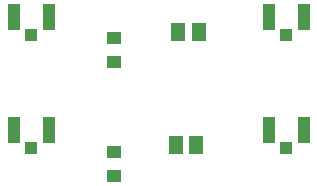
<source format=gtp>
G04 #@! TF.GenerationSoftware,KiCad,Pcbnew,5.0.0*
G04 #@! TF.CreationDate,2018-07-30T22:32:49-05:00*
G04 #@! TF.ProjectId,AntennaImpedance,416E74656E6E61496D706564616E6365,rev?*
G04 #@! TF.SameCoordinates,Original*
G04 #@! TF.FileFunction,Paste,Top*
G04 #@! TF.FilePolarity,Positive*
%FSLAX46Y46*%
G04 Gerber Fmt 4.6, Leading zero omitted, Abs format (unit mm)*
G04 Created by KiCad (PCBNEW 5.0.0) date Mon Jul 30 22:32:49 2018*
%MOMM*%
%LPD*%
G01*
G04 APERTURE LIST*
%ADD10R,1.050000X2.200000*%
%ADD11R,1.000000X1.050000*%
%ADD12R,1.250000X1.000000*%
%ADD13R,1.200000X1.500000*%
G04 APERTURE END LIST*
D10*
G04 #@! TO.C,AE1*
X136955000Y-117475000D03*
X139905000Y-117475000D03*
D11*
X138430000Y-119000000D03*
G04 #@! TD*
D10*
G04 #@! TO.C,AE2*
X136955000Y-127000000D03*
X139905000Y-127000000D03*
D11*
X138430000Y-128525000D03*
G04 #@! TD*
D12*
G04 #@! TO.C,C1*
X145415000Y-121285000D03*
X145415000Y-119285000D03*
G04 #@! TD*
G04 #@! TO.C,C2*
X145415000Y-128905000D03*
X145415000Y-130905000D03*
G04 #@! TD*
D11*
G04 #@! TO.C,J1*
X160020000Y-119000000D03*
D10*
X161495000Y-117475000D03*
X158545000Y-117475000D03*
G04 #@! TD*
D11*
G04 #@! TO.C,J2*
X160020000Y-128525000D03*
D10*
X161495000Y-127000000D03*
X158545000Y-127000000D03*
G04 #@! TD*
D13*
G04 #@! TO.C,L1*
X150890000Y-118745000D03*
X152640000Y-118745000D03*
G04 #@! TD*
G04 #@! TO.C,L2*
X152400000Y-128270000D03*
X150650000Y-128270000D03*
G04 #@! TD*
M02*

</source>
